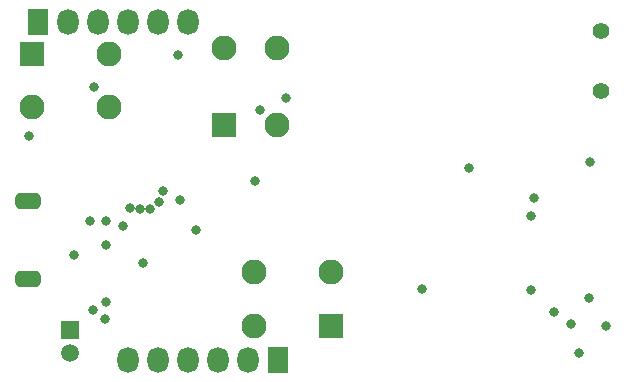
<source format=gbs>
G04*
G04 #@! TF.GenerationSoftware,Altium Limited,Altium Designer,20.2.4 (192)*
G04*
G04 Layer_Color=16711935*
%FSLAX44Y44*%
%MOMM*%
G71*
G04*
G04 #@! TF.SameCoordinates,04E9AB2E-1989-4D7A-88AA-1D4CDCA67D46*
G04*
G04*
G04 #@! TF.FilePolarity,Negative*
G04*
G01*
G75*
%ADD42R,2.1032X2.1032*%
G04:AMPARAMS|DCode=61|XSize=2.2032mm|YSize=1.4032mm|CornerRadius=0.4616mm|HoleSize=0mm|Usage=FLASHONLY|Rotation=0.000|XOffset=0mm|YOffset=0mm|HoleType=Round|Shape=RoundedRectangle|*
%AMROUNDEDRECTD61*
21,1,2.2032,0.4800,0,0,0.0*
21,1,1.2800,1.4032,0,0,0.0*
1,1,0.9232,0.6400,-0.2400*
1,1,0.9232,-0.6400,-0.2400*
1,1,0.9232,-0.6400,0.2400*
1,1,0.9232,0.6400,0.2400*
%
%ADD61ROUNDEDRECTD61*%
%ADD62C,2.1032*%
%ADD63R,2.1032X2.1032*%
%ADD64C,1.4032*%
%ADD65R,1.8032X2.2032*%
%ADD66O,1.8032X2.2032*%
%ADD67C,1.5112*%
%ADD68R,1.5112X1.5112*%
%ADD69C,0.8032*%
D42*
X180700Y219468D02*
D03*
D61*
X15240Y155366D02*
D03*
Y89366D02*
D03*
D62*
X271260Y94890D02*
D03*
X206260D02*
D03*
Y49890D02*
D03*
X18300Y234802D02*
D03*
X83300D02*
D03*
Y279802D02*
D03*
X225700Y219468D02*
D03*
Y284468D02*
D03*
X180700D02*
D03*
D63*
X271260Y49890D02*
D03*
X18300Y279802D02*
D03*
D64*
X500126Y248666D02*
D03*
Y299466D02*
D03*
D65*
X23114Y307086D02*
D03*
X226314Y20828D02*
D03*
D66*
X48514Y307086D02*
D03*
X73914D02*
D03*
X99314D02*
D03*
X124714D02*
D03*
X150114D02*
D03*
X200914Y20828D02*
D03*
X175514D02*
D03*
X150114D02*
D03*
X124714D02*
D03*
X99314D02*
D03*
D67*
X50800Y26482D02*
D03*
D68*
Y46482D02*
D03*
D69*
X70612Y252222D02*
D03*
X233172Y242570D02*
D03*
X211595Y232710D02*
D03*
X16256Y210312D02*
D03*
X54356Y109220D02*
D03*
X67945Y138176D02*
D03*
X81445Y69939D02*
D03*
X70104Y62713D02*
D03*
X141954Y279114D02*
D03*
X81116Y138086D02*
D03*
X81026Y118364D02*
D03*
X207010Y172212D02*
D03*
X481838Y26416D02*
D03*
X474980Y51308D02*
D03*
X504698Y49501D02*
D03*
X80264Y55372D02*
D03*
X489712Y72898D02*
D03*
X460558Y61040D02*
D03*
X348488Y81254D02*
D03*
X388460Y182866D02*
D03*
X491236Y188468D02*
D03*
X440944Y79756D02*
D03*
X112522Y102870D02*
D03*
X443484Y157734D02*
D03*
X126149Y154257D02*
D03*
X143460Y156464D02*
D03*
X129242Y164127D02*
D03*
X118364Y148908D02*
D03*
X109908Y148940D02*
D03*
X95163Y133774D02*
D03*
X440944Y142240D02*
D03*
X101471Y149098D02*
D03*
X156972Y131064D02*
D03*
M02*

</source>
